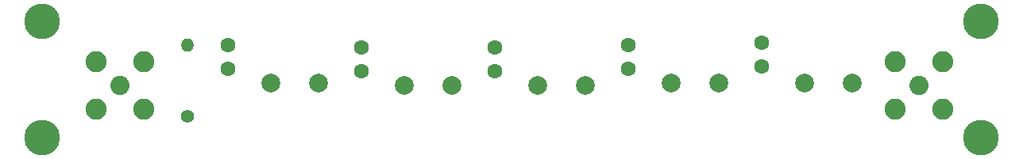
<source format=gbr>
%TF.GenerationSoftware,KiCad,Pcbnew,8.0.1*%
%TF.CreationDate,2024-06-11T21:07:25-04:00*%
%TF.ProjectId,filter,66696c74-6572-42e6-9b69-6361645f7063,rev?*%
%TF.SameCoordinates,Original*%
%TF.FileFunction,Soldermask,Top*%
%TF.FilePolarity,Negative*%
%FSLAX46Y46*%
G04 Gerber Fmt 4.6, Leading zero omitted, Abs format (unit mm)*
G04 Created by KiCad (PCBNEW 8.0.1) date 2024-06-11 21:07:25*
%MOMM*%
%LPD*%
G01*
G04 APERTURE LIST*
%ADD10C,3.800000*%
%ADD11C,1.600000*%
%ADD12C,1.400000*%
%ADD13O,1.400000X1.400000*%
%ADD14C,2.000000*%
%ADD15C,2.050000*%
%ADD16C,2.250000*%
G04 APERTURE END LIST*
D10*
%TO.C,REF\u002A\u002A*%
X187706000Y-104140000D03*
%TD*%
%TO.C,REF\u002A\u002A*%
X187706000Y-91694000D03*
%TD*%
%TO.C,REF\u002A\u002A*%
X87630000Y-104140000D03*
%TD*%
%TO.C,REF\u002A\u002A*%
X87630000Y-91694000D03*
%TD*%
D11*
%TO.C,C5*%
X164338000Y-96500000D03*
X164338000Y-94000000D03*
%TD*%
D12*
%TO.C,R1*%
X103124000Y-101854000D03*
D13*
X103124000Y-94234000D03*
%TD*%
D14*
%TO.C,L1*%
X112014000Y-98298000D03*
X117094000Y-98298000D03*
%TD*%
%TO.C,L5*%
X168910000Y-98298000D03*
X173990000Y-98298000D03*
%TD*%
D15*
%TO.C,J2*%
X181102000Y-98552000D03*
D16*
X178562000Y-96012000D03*
X178562000Y-101092000D03*
X183642000Y-96012000D03*
X183642000Y-101092000D03*
%TD*%
D11*
%TO.C,C2*%
X121666000Y-94508000D03*
X121666000Y-97008000D03*
%TD*%
%TO.C,C1*%
X107442000Y-94254000D03*
X107442000Y-96754000D03*
%TD*%
%TO.C,C3*%
X135890000Y-97008000D03*
X135890000Y-94508000D03*
%TD*%
D14*
%TO.C,L3*%
X154686000Y-98298000D03*
X159766000Y-98298000D03*
%TD*%
D15*
%TO.C,J1*%
X95885000Y-98552000D03*
D16*
X93345000Y-96012000D03*
X93345000Y-101092000D03*
X98425000Y-96012000D03*
X98425000Y-101092000D03*
%TD*%
D14*
%TO.C,L2*%
X126238000Y-98552000D03*
X131318000Y-98552000D03*
%TD*%
%TO.C,L4*%
X140462000Y-98552000D03*
X145542000Y-98552000D03*
%TD*%
D11*
%TO.C,C4*%
X150114000Y-96754000D03*
X150114000Y-94254000D03*
%TD*%
M02*

</source>
